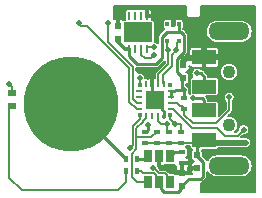
<source format=gbl>
G04 #@! TF.FileFunction,Copper,L2,Bot,Signal*
%FSLAX46Y46*%
G04 Gerber Fmt 4.6, Leading zero omitted, Abs format (unit mm)*
G04 Created by KiCad (PCBNEW 4.0.7) date 02/08/18 14:43:57*
%MOMM*%
%LPD*%
G01*
G04 APERTURE LIST*
%ADD10C,0.150000*%
%ADD11R,0.650000X1.060000*%
%ADD12R,0.250000X0.700000*%
%ADD13R,1.190000X0.830000*%
%ADD14O,8.000000X8.000000*%
%ADD15O,3.500120X1.501140*%
%ADD16R,1.998980X1.198880*%
%ADD17C,1.099820*%
%ADD18R,0.500000X0.600000*%
%ADD19R,0.340000X0.340000*%
%ADD20O,0.250000X0.610000*%
%ADD21O,0.610000X0.250000*%
%ADD22R,1.500000X1.500000*%
%ADD23R,0.300000X0.450000*%
%ADD24R,0.700000X0.600000*%
%ADD25R,0.400000X0.600000*%
%ADD26R,0.600000X0.400000*%
%ADD27C,0.500000*%
%ADD28C,0.254000*%
%ADD29C,0.500000*%
%ADD30C,0.300000*%
%ADD31C,0.350000*%
%ADD32C,0.250000*%
G04 APERTURE END LIST*
D10*
D11*
X110000Y-4894500D03*
X1060000Y-4894500D03*
X2010000Y-4894500D03*
X2010000Y-7094500D03*
X110000Y-7094500D03*
X1060000Y-7094500D03*
D12*
X-1442600Y7013300D03*
X-942600Y7013300D03*
X-442600Y7013300D03*
X57400Y7013300D03*
X57400Y4213300D03*
X-442600Y4213300D03*
X-942600Y4213300D03*
X-1442600Y4213300D03*
D13*
X-97600Y5198300D03*
X-1287600Y5198300D03*
X-97600Y6028300D03*
X-1287600Y6028300D03*
D14*
X-6375000Y-453500D03*
D15*
X6999600Y5683770D03*
X6999600Y-5715750D03*
D16*
X4899020Y-1016750D03*
X4899020Y1000010D03*
X4899020Y-3516110D03*
X4899020Y3484130D03*
D17*
X6999600Y-2266430D03*
X6999600Y2234450D03*
D18*
X3015800Y-7370000D03*
X3015800Y-6270000D03*
D19*
X-540000Y1111500D03*
D20*
X-40000Y1201500D03*
X460000Y1201500D03*
X990000Y1201500D03*
X1460000Y1201500D03*
D19*
X1990000Y1111500D03*
D21*
X2060000Y611500D03*
X2060000Y111500D03*
X2060000Y-418500D03*
X2060000Y-918500D03*
D19*
X1990000Y-1418500D03*
D20*
X1490000Y-1488500D03*
X990000Y-1488500D03*
X460000Y-1488500D03*
X-40000Y-1488500D03*
D19*
X-540000Y-1418500D03*
D21*
X-610000Y-918500D03*
X-610000Y-418500D03*
X-610000Y102500D03*
X-610000Y611500D03*
D22*
X725000Y-153500D03*
D23*
X1779200Y6275200D03*
X2779200Y6275200D03*
X1779200Y4875200D03*
X2279200Y6275200D03*
X2779200Y4875200D03*
D18*
X4285800Y-4809500D03*
X4285800Y-5909500D03*
D24*
X-11375000Y-603500D03*
X-11375000Y496500D03*
D25*
X-1706480Y-5090260D03*
X-806480Y-5090260D03*
D26*
X3025960Y-5443740D03*
X3025960Y-4543740D03*
D25*
X-1701400Y-6159600D03*
X-801400Y-6159600D03*
D26*
X3203760Y38420D03*
X3203760Y-861580D03*
X1893120Y-3741940D03*
X1893120Y-2841940D03*
X-138880Y-3741940D03*
X-138880Y-2841940D03*
X2904040Y-3741940D03*
X2904040Y-2841940D03*
X902520Y-3741940D03*
X902520Y-2841940D03*
D18*
X3127560Y1746060D03*
X3127560Y2846060D03*
X-2445200Y5063300D03*
X-2445200Y6163300D03*
D27*
X8400600Y-3746600D03*
X3147880Y680620D03*
X7003602Y101500D03*
X8235500Y-2654400D03*
X4278210Y2120800D03*
X1853305Y4089775D03*
X3968300Y554D03*
X2529430Y4094134D03*
X565156Y-5845599D03*
X114777Y-2213488D03*
X-552900Y1701700D03*
X-5747200Y6413400D03*
X-3258000Y6388000D03*
X642900Y4314514D03*
X1738210Y-2197192D03*
X640376Y3640223D03*
X2418900Y-2171800D03*
X-1391100Y-4165700D03*
X-11614600Y1224180D03*
X3714300Y-5372200D03*
X-420330Y2338039D03*
X4044500Y5587900D03*
X7918000Y2832000D03*
X463100Y1981100D03*
X2304600Y-6159600D03*
X725000Y-153500D03*
D28*
X3015800Y-7370000D02*
X3015800Y-7353400D01*
X3015800Y-7353400D02*
X3587300Y-6781900D01*
X4812801Y-6559699D02*
X4812801Y-5386501D01*
X3587300Y-6781900D02*
X4590600Y-6781900D01*
X4590600Y-6781900D02*
X4812801Y-6559699D01*
X4812801Y-5386501D02*
X4285800Y-4859500D01*
X4285800Y-4859500D02*
X4285800Y-4809500D01*
X3127560Y1746060D02*
X3098440Y1746060D01*
X3206201Y4428599D02*
X3206201Y5321801D01*
X3098440Y1746060D02*
X2600559Y2243941D01*
X2600559Y3369259D02*
X3206300Y3975000D01*
X2600559Y2243941D02*
X2600559Y3369259D01*
X3142800Y5384700D02*
X2926900Y5600600D01*
X3206300Y3975000D02*
X3206300Y4428500D01*
X3206300Y4428500D02*
X3206201Y4428599D01*
X3206201Y5321801D02*
X3150801Y5377201D01*
X2926900Y5600600D02*
X2783900Y5600600D01*
X3150801Y5377201D02*
X3142800Y5377201D01*
X3142800Y5377201D02*
X3142800Y5384700D01*
X2783900Y5600600D02*
X2779200Y5595900D01*
X-1442600Y4213300D02*
X-1442600Y3609300D01*
X-1442600Y3609300D02*
X-779600Y2946300D01*
X-779600Y2946300D02*
X818700Y2946300D01*
X818700Y2946300D02*
X1326303Y3453903D01*
X1326303Y3453903D02*
X1326303Y5206503D01*
X1326303Y5206503D02*
X1720400Y5600600D01*
X1720400Y5600600D02*
X2850700Y5600600D01*
X2850700Y5600600D02*
X2855400Y5595900D01*
X2855400Y5595900D02*
X2779200Y5595900D01*
D29*
X8047047Y-3746600D02*
X8400600Y-3746600D01*
X5129510Y-3746600D02*
X8047047Y-3746600D01*
X4899020Y-3516110D02*
X5129510Y-3746600D01*
D10*
X1060000Y-6784498D02*
X615001Y-6339499D01*
X615001Y-6339499D02*
X-271501Y-6339499D01*
X-451400Y-6159600D02*
X-801400Y-6159600D01*
X1060000Y-7094500D02*
X1060000Y-6784498D01*
X-271501Y-6339499D02*
X-451400Y-6159600D01*
D28*
X3015800Y-7370000D02*
X2961100Y-7370000D01*
X2961100Y-7370000D02*
X2901500Y-7429600D01*
X2901500Y-7429600D02*
X2901500Y-7658200D01*
X2901500Y-7658200D02*
X2658199Y-7901501D01*
X2658199Y-7901501D02*
X1493801Y-7901501D01*
X1493801Y-7901501D02*
X1250500Y-7658200D01*
X1250500Y-7658200D02*
X1250500Y-7285000D01*
X1250500Y-7285000D02*
X1060000Y-7094500D01*
X4285800Y-4809500D02*
X4285800Y-4129330D01*
X4285800Y-4129330D02*
X4899020Y-3516110D01*
D10*
X4899020Y-3516110D02*
X4681230Y-3733900D01*
X4681230Y-3733900D02*
X2912080Y-3733900D01*
X2912080Y-3733900D02*
X2904040Y-3741940D01*
X902520Y-3741940D02*
X-138880Y-3741940D01*
X1893120Y-3741940D02*
X902520Y-3741940D01*
X2904040Y-3741940D02*
X1893120Y-3741940D01*
D28*
X4888210Y-3505300D02*
X4899020Y-3516110D01*
X2779200Y5595900D02*
X2779200Y6275200D01*
D30*
X-2445200Y4863300D02*
X-2445200Y4813200D01*
X-2445200Y4813200D02*
X-1835600Y4203600D01*
X-1835600Y4203600D02*
X-1452300Y4203600D01*
X-1452300Y4203600D02*
X-1442600Y4213300D01*
D28*
X-2445200Y5063300D02*
X-2445200Y5113300D01*
X2060000Y611500D02*
X2112999Y664499D01*
X2112999Y664499D02*
X2381601Y664499D01*
X2381601Y664499D02*
X2415502Y698400D01*
X2415502Y698400D02*
X3130100Y698400D01*
X3130100Y698400D02*
X3147880Y680620D01*
X3127560Y1746060D02*
X2990400Y1608900D01*
X2990400Y1608900D02*
X2990400Y838100D01*
X2990400Y838100D02*
X3147880Y680620D01*
X3203760Y38420D02*
X3203760Y624740D01*
X3203760Y624740D02*
X3147880Y680620D01*
X2881160Y-3660220D02*
X2965000Y-3744060D01*
X4025000Y-3553500D02*
X4062390Y-3516110D01*
X4062390Y-3516110D02*
X4899020Y-3516110D01*
X4185800Y-4909500D02*
X4285800Y-4809500D01*
X2060000Y111500D02*
X2060000Y346500D01*
X2060000Y346500D02*
X2060000Y611500D01*
X3015800Y-7370000D02*
X3015800Y-7520000D01*
D10*
X7003602Y-1003398D02*
X7003602Y-252053D01*
X5893911Y-2113089D02*
X7003602Y-1003398D01*
X3950229Y-2113089D02*
X5893911Y-2113089D01*
X3203760Y-1366620D02*
X3950229Y-2113089D01*
X7003602Y-252053D02*
X7003602Y101500D01*
X3203760Y-861580D02*
X3203760Y-1366620D01*
X2060000Y-418500D02*
X2621400Y-418500D01*
X2621400Y-418500D02*
X2883720Y-680820D01*
X2883720Y-680820D02*
X3023000Y-680820D01*
X3023000Y-680820D02*
X3203760Y-861580D01*
X2060000Y-418500D02*
X2128640Y-418500D01*
X2060000Y-918500D02*
X2235002Y-918500D01*
X2235002Y-918500D02*
X3826122Y-2509620D01*
X3826122Y-2509620D02*
X5981120Y-2509620D01*
X5981120Y-2509620D02*
X6633900Y-3162400D01*
X6633900Y-3162400D02*
X7727500Y-3162400D01*
X7727500Y-3162400D02*
X7985501Y-2904399D01*
X7985501Y-2904399D02*
X8235500Y-2654400D01*
D28*
X4899020Y1853450D02*
X4631670Y2120800D01*
X4899020Y1000010D02*
X4899020Y1853450D01*
X4631670Y2120800D02*
X4278210Y2120800D01*
D10*
X990000Y2050800D02*
X1839489Y2900289D01*
X1839489Y4075959D02*
X1853305Y4089775D01*
X1779200Y4163880D02*
X1853305Y4089775D01*
X1839489Y2900289D02*
X1839489Y4075959D01*
X990000Y1201500D02*
X990000Y2050800D01*
X1779200Y4875200D02*
X1779200Y4163880D01*
D28*
X4321853Y554D02*
X3968300Y554D01*
X4899020Y-163310D02*
X4735156Y554D01*
X4899020Y-1016750D02*
X4899020Y-163310D01*
X4735156Y554D02*
X4321853Y554D01*
D10*
X1390200Y1981100D02*
X2139500Y2730400D01*
X1460000Y1201500D02*
X1390200Y1271300D01*
X2139500Y3704204D02*
X2529430Y4094134D01*
X1390200Y1271300D02*
X1390200Y1981100D01*
X2139500Y2730400D02*
X2139500Y3704204D01*
X2779200Y4875200D02*
X2558600Y4654600D01*
X2558600Y4654600D02*
X2558600Y4123304D01*
X2558600Y4123304D02*
X2529430Y4094134D01*
D28*
X5175000Y-1016750D02*
X4899020Y-1016750D01*
D10*
X815155Y-6095598D02*
X565156Y-5845599D01*
X1059056Y-6339499D02*
X815155Y-6095598D01*
X1565001Y-6339499D02*
X1059056Y-6339499D01*
X2010000Y-6784498D02*
X1565001Y-6339499D01*
X2010000Y-7094500D02*
X2010000Y-6784498D01*
D28*
X114777Y-2682683D02*
X114777Y-2567041D01*
X-72840Y-2870300D02*
X114777Y-2682683D01*
X114777Y-2567041D02*
X114777Y-2213488D01*
D10*
X-540000Y1111500D02*
X-540000Y1688800D01*
X-540000Y1688800D02*
X-552900Y1701700D01*
X-610000Y-918500D02*
X-790000Y-918500D01*
X-790000Y-918500D02*
X-1441900Y-266600D01*
X-1441900Y-266600D02*
X-1441900Y2565300D01*
X-1441900Y2565300D02*
X-5040001Y6163401D01*
X-5040001Y6163401D02*
X-5497201Y6163401D01*
X-5497201Y6163401D02*
X-5747200Y6413400D01*
X-3258000Y6034447D02*
X-3258000Y6388000D01*
X-3258000Y4818379D02*
X-3258000Y6034447D01*
X-1141889Y2702268D02*
X-3258000Y4818379D01*
X-1141889Y-66611D02*
X-1141889Y2702268D01*
X-790000Y-418500D02*
X-1141889Y-66611D01*
X-610000Y-418500D02*
X-790000Y-418500D01*
D28*
X-1706480Y-5090260D02*
X-1977000Y-4851500D01*
X-1977000Y-4851500D02*
X-5925000Y-903500D01*
X-5925000Y-903500D02*
X-6375000Y-453500D01*
X3025960Y-4543740D02*
X2360760Y-4543740D01*
X2360760Y-4543740D02*
X2010000Y-4894500D01*
D10*
X642900Y4314514D02*
X158614Y4314514D01*
X158614Y4314514D02*
X57400Y4213300D01*
X990000Y-1488500D02*
X990000Y-1949400D01*
X990000Y-1949400D02*
X1237792Y-2197192D01*
X1237792Y-2197192D02*
X1738210Y-2197192D01*
X1738210Y-2197192D02*
X1738210Y-2687030D01*
X1738210Y-2687030D02*
X1893120Y-2841940D01*
X-442600Y3713300D02*
X-119524Y3390224D01*
X-119524Y3390224D02*
X390377Y3390224D01*
X390377Y3390224D02*
X640376Y3640223D01*
X-442600Y4213300D02*
X-442600Y3713300D01*
X2812600Y-2171800D02*
X2904040Y-2263240D01*
X2904040Y-2263240D02*
X2904040Y-2841940D01*
X2418900Y-2171800D02*
X2812600Y-2171800D01*
X2168901Y-1921801D02*
X2418900Y-2171800D01*
X1990000Y-1742900D02*
X2168901Y-1921801D01*
X1990000Y-1418500D02*
X1990000Y-1742900D01*
X-11375000Y-603500D02*
X-11379800Y-603500D01*
X-2419800Y-7785200D02*
X-1701400Y-7066800D01*
X-1701400Y-7066800D02*
X-1701400Y-6159600D01*
X-11379800Y-603500D02*
X-11627300Y-851000D01*
X-11627300Y-851000D02*
X-11627300Y-6693000D01*
X-11627300Y-6693000D02*
X-10535100Y-7785200D01*
X-10535100Y-7785200D02*
X-2419800Y-7785200D01*
X-540000Y-1418500D02*
X-540000Y-1738500D01*
X-540000Y-1738500D02*
X-1162500Y-2361000D01*
X-1162500Y-3937100D02*
X-1391100Y-4165700D01*
X-1162500Y-2361000D02*
X-1162500Y-3937100D01*
X-11375000Y984580D02*
X-11614600Y1224180D01*
X-11375000Y496500D02*
X-11375000Y984580D01*
D28*
X110000Y-4894500D02*
X-88300Y-5092800D01*
X-88300Y-5092800D02*
X-803940Y-5092800D01*
X-803940Y-5092800D02*
X-806480Y-5090260D01*
D29*
X102200Y-4902300D02*
X110000Y-4894500D01*
X3127560Y2846060D02*
X3127560Y3146960D01*
X3127560Y3146960D02*
X3371400Y3390800D01*
X3371400Y3390800D02*
X4805690Y3390800D01*
X4805690Y3390800D02*
X4899020Y3484130D01*
D28*
X3025960Y-5443740D02*
X3028500Y-5446280D01*
X3028500Y-5446280D02*
X3028500Y-6257300D01*
X3028500Y-6257300D02*
X3015800Y-6270000D01*
X3015800Y-6270000D02*
X3476900Y-6270000D01*
X3476900Y-6270000D02*
X3841300Y-5905600D01*
X3841300Y-5905600D02*
X4281900Y-5905600D01*
X4281900Y-5905600D02*
X4285800Y-5909500D01*
D31*
X2825300Y7188100D02*
X2393500Y7188100D01*
X2393500Y7188100D02*
X2304199Y7277401D01*
X2279200Y6275200D02*
X2304199Y6300199D01*
X2304199Y6300199D02*
X2304199Y7277401D01*
X2304199Y7277401D02*
X1885500Y7696100D01*
X1885500Y7696100D02*
X-6800Y7696100D01*
X4849530Y5587900D02*
X4849530Y5709970D01*
X4849530Y5709970D02*
X4095300Y6464200D01*
X4095300Y6464200D02*
X3550202Y6464200D01*
X3550202Y6464200D02*
X3189201Y6825201D01*
X3189201Y6825201D02*
X3188199Y6825201D01*
X3188199Y6825201D02*
X2825300Y7188100D01*
X57400Y7013300D02*
X57400Y7631900D01*
X-6800Y7696100D02*
X-1899100Y7696100D01*
X57400Y7631900D02*
X-6800Y7696100D01*
X-1899100Y7696100D02*
X-2445200Y7150000D01*
X-2445200Y7150000D02*
X-2445200Y6163300D01*
D32*
X1490000Y-1488500D02*
X1490000Y-1348100D01*
X1490000Y-1348100D02*
X1491800Y-1346300D01*
X1491800Y-1095999D02*
X1352100Y-956299D01*
X1491800Y-1346300D02*
X1491800Y-1095999D01*
X1352100Y-956299D02*
X1352100Y-780600D01*
X1352100Y-780600D02*
X725000Y-153500D01*
D10*
X3547500Y-5372200D02*
X3714300Y-5372200D01*
X3025960Y-5443740D02*
X3475960Y-5443740D01*
X3475960Y-5443740D02*
X3547500Y-5372200D01*
X463100Y1981100D02*
X-95700Y1981100D01*
X-420330Y2305730D02*
X-420330Y2338039D01*
X-95700Y1981100D02*
X-420330Y2305730D01*
X4849530Y5587900D02*
X4044500Y5587900D01*
D29*
X4849530Y5207185D02*
X4849530Y5587900D01*
X4899020Y3484130D02*
X4899020Y5157695D01*
X4899020Y5157695D02*
X4849530Y5207185D01*
X7668001Y3081999D02*
X7918000Y2832000D01*
X7265870Y3484130D02*
X7668001Y3081999D01*
X4899020Y3484130D02*
X7265870Y3484130D01*
D28*
X463100Y1763600D02*
X463100Y1981100D01*
X460000Y1201500D02*
X460000Y1760500D01*
X460000Y1760500D02*
X463100Y1763600D01*
X2304600Y-6159600D02*
X2215700Y-6159600D01*
X2215700Y-6159600D02*
X2043588Y-5987488D01*
X2043588Y-5987488D02*
X1383188Y-5987488D01*
X1383188Y-5987488D02*
X1060000Y-5664300D01*
X1060000Y-5664300D02*
X1060000Y-4894500D01*
X3015800Y-6270000D02*
X2905400Y-6159600D01*
X2905400Y-6159600D02*
X2304600Y-6159600D01*
X3015800Y-6270000D02*
X3015800Y-6146900D01*
X3015800Y-6146900D02*
X3079300Y-6083400D01*
D32*
X460000Y1201500D02*
X460000Y111500D01*
D10*
X460000Y111500D02*
X725000Y-153500D01*
X-855160Y-3281780D02*
X-855160Y-4307364D01*
X-1231481Y-4683685D02*
X-1231481Y-6624019D01*
X-1231481Y-6624019D02*
X-761000Y-7094500D01*
X-761000Y-7094500D02*
X-365000Y-7094500D01*
X-855160Y-4307364D02*
X-1231481Y-4683685D01*
X-365000Y-7094500D02*
X110000Y-7094500D01*
X-855160Y-2517339D02*
X-315000Y-1977179D01*
X-855160Y-3281780D02*
X-855160Y-2517339D01*
X-40000Y-1668500D02*
X-40000Y-1488500D01*
X-315000Y-1943500D02*
X-40000Y-1668500D01*
X-315000Y-1977179D02*
X-315000Y-1943500D01*
X902520Y-2841940D02*
X864840Y-2841940D01*
X864840Y-2841940D02*
X425000Y-3281780D01*
X425000Y-3281780D02*
X-855160Y-3281780D01*
D28*
X902520Y-2841940D02*
X885160Y-2841940D01*
X902520Y-2841940D02*
X902520Y-2855060D01*
D29*
X110000Y-7094500D02*
X102200Y-7086700D01*
D28*
X110000Y-7094500D02*
X110000Y-6844500D01*
D10*
G36*
X3375470Y7096500D02*
X3377998Y7070717D01*
X3380333Y7045058D01*
X3380604Y7044138D01*
X3380698Y7043177D01*
X3388177Y7018405D01*
X3395460Y6993659D01*
X3395906Y6992806D01*
X3396184Y6991885D01*
X3408310Y6969078D01*
X3420283Y6946177D01*
X3420886Y6945427D01*
X3421338Y6944577D01*
X3437641Y6924588D01*
X3453856Y6904421D01*
X3454596Y6903800D01*
X3455202Y6903057D01*
X3475108Y6886589D01*
X3494900Y6869982D01*
X3495740Y6869520D01*
X3496485Y6868904D01*
X3519269Y6856585D01*
X3541851Y6844170D01*
X3542767Y6843879D01*
X3543615Y6843421D01*
X3568313Y6835775D01*
X3592922Y6827969D01*
X3593878Y6827862D01*
X3594798Y6827577D01*
X3620498Y6824876D01*
X3646167Y6821997D01*
X3648017Y6821984D01*
X3648083Y6821977D01*
X3648149Y6821983D01*
X3650000Y6821970D01*
X4350000Y6821970D01*
X4375783Y6824498D01*
X4401442Y6826833D01*
X4402362Y6827104D01*
X4403323Y6827198D01*
X4428095Y6834677D01*
X4452841Y6841960D01*
X4453694Y6842406D01*
X4454615Y6842684D01*
X4477422Y6854810D01*
X4500323Y6866783D01*
X4501073Y6867386D01*
X4501923Y6867838D01*
X4521912Y6884141D01*
X4542079Y6900356D01*
X4542700Y6901096D01*
X4543443Y6901702D01*
X4559911Y6921608D01*
X4576518Y6941400D01*
X4576980Y6942240D01*
X4577596Y6942985D01*
X4589915Y6965769D01*
X4602330Y6988351D01*
X4602621Y6989267D01*
X4603079Y6990115D01*
X4610725Y7014813D01*
X4618531Y7039422D01*
X4618638Y7040378D01*
X4618923Y7041298D01*
X4621624Y7066998D01*
X4624503Y7092667D01*
X4624516Y7094517D01*
X4624523Y7094583D01*
X4624517Y7094649D01*
X4624530Y7096500D01*
X4624530Y7846970D01*
X9225070Y7846970D01*
X9225070Y-7878970D01*
X4624530Y-7878970D01*
X4624530Y-7130589D01*
X4655351Y-7127893D01*
X4657129Y-7127377D01*
X4658970Y-7127196D01*
X4690045Y-7117814D01*
X4721321Y-7108728D01*
X4722969Y-7107874D01*
X4724737Y-7107340D01*
X4753410Y-7092094D01*
X4782313Y-7077112D01*
X4783760Y-7075957D01*
X4785394Y-7075088D01*
X4810573Y-7054553D01*
X4836002Y-7034253D01*
X4838583Y-7031708D01*
X4838631Y-7031669D01*
X4838668Y-7031625D01*
X4839502Y-7030802D01*
X5061703Y-6808600D01*
X5082351Y-6783463D01*
X5103241Y-6758567D01*
X5104133Y-6756944D01*
X5105307Y-6755515D01*
X5120641Y-6726917D01*
X5136337Y-6698367D01*
X5136898Y-6696598D01*
X5137771Y-6694970D01*
X5147272Y-6663896D01*
X5157109Y-6632884D01*
X5157315Y-6631046D01*
X5157857Y-6629274D01*
X5161144Y-6596913D01*
X5164767Y-6564614D01*
X5164792Y-6560997D01*
X5164799Y-6560928D01*
X5164793Y-6560864D01*
X5164801Y-6559699D01*
X5164801Y-6231896D01*
X5174232Y-6249936D01*
X5293536Y-6398321D01*
X5439389Y-6520706D01*
X5606236Y-6612431D01*
X5787722Y-6670001D01*
X5976933Y-6691225D01*
X5990554Y-6691320D01*
X8008646Y-6691320D01*
X8198135Y-6672740D01*
X8380407Y-6617709D01*
X8548518Y-6528323D01*
X8696066Y-6407986D01*
X8817430Y-6261282D01*
X8907988Y-6093799D01*
X8964290Y-5911916D01*
X8984192Y-5722561D01*
X8966936Y-5532946D01*
X8913179Y-5350295D01*
X8824968Y-5181564D01*
X8705664Y-5033179D01*
X8559811Y-4910794D01*
X8392964Y-4819069D01*
X8211478Y-4761499D01*
X8022267Y-4740275D01*
X8008646Y-4740180D01*
X5990554Y-4740180D01*
X5801065Y-4758760D01*
X5618793Y-4813791D01*
X5450682Y-4903177D01*
X5303134Y-5023514D01*
X5181770Y-5170218D01*
X5137801Y-5251537D01*
X5122995Y-5223691D01*
X5108013Y-5194788D01*
X5106858Y-5193341D01*
X5105989Y-5191707D01*
X5085454Y-5166528D01*
X5065154Y-5141099D01*
X5062609Y-5138518D01*
X5062570Y-5138470D01*
X5062526Y-5138433D01*
X5061703Y-5137599D01*
X4761888Y-4837784D01*
X4761888Y-4509500D01*
X4759031Y-4473670D01*
X4740211Y-4412898D01*
X4705205Y-4359775D01*
X4683925Y-4341638D01*
X5898510Y-4341638D01*
X5934340Y-4338781D01*
X5995112Y-4319961D01*
X6048235Y-4284955D01*
X6089503Y-4236536D01*
X6096236Y-4221600D01*
X8394686Y-4221600D01*
X8437218Y-4222491D01*
X8528955Y-4206316D01*
X8615803Y-4172629D01*
X8694454Y-4122716D01*
X8761912Y-4058476D01*
X8815608Y-3982357D01*
X8853497Y-3897259D01*
X8874134Y-3806421D01*
X8874821Y-3757211D01*
X8875588Y-3749916D01*
X8875012Y-3743583D01*
X8875620Y-3700024D01*
X8857527Y-3608646D01*
X8822029Y-3522522D01*
X8770479Y-3444934D01*
X8704841Y-3378836D01*
X8627614Y-3326745D01*
X8541741Y-3290648D01*
X8450491Y-3271917D01*
X8357341Y-3271266D01*
X8355590Y-3271600D01*
X8042564Y-3271600D01*
X8185684Y-3128480D01*
X8272118Y-3130291D01*
X8363855Y-3114116D01*
X8450703Y-3080429D01*
X8529354Y-3030516D01*
X8596812Y-2966276D01*
X8650508Y-2890157D01*
X8688397Y-2805059D01*
X8709034Y-2714221D01*
X8710520Y-2607824D01*
X8692427Y-2516446D01*
X8656929Y-2430322D01*
X8605379Y-2352734D01*
X8539741Y-2286636D01*
X8462514Y-2234545D01*
X8376641Y-2198448D01*
X8285391Y-2179717D01*
X8192241Y-2179066D01*
X8100739Y-2196521D01*
X8014370Y-2231417D01*
X7936423Y-2282424D01*
X7869869Y-2347599D01*
X7817241Y-2424460D01*
X7780544Y-2510079D01*
X7761177Y-2601196D01*
X7759876Y-2694339D01*
X7761647Y-2703989D01*
X7603236Y-2862400D01*
X7497495Y-2862400D01*
X7589041Y-2775222D01*
X7676640Y-2651042D01*
X7738451Y-2512213D01*
X7772119Y-2364022D01*
X7774543Y-2190446D01*
X7745025Y-2041373D01*
X7687115Y-1900872D01*
X7603018Y-1774295D01*
X7495936Y-1666463D01*
X7369949Y-1581484D01*
X7229856Y-1522594D01*
X7080992Y-1492037D01*
X6940210Y-1491054D01*
X7215734Y-1215530D01*
X7233320Y-1194121D01*
X7251136Y-1172888D01*
X7251896Y-1171506D01*
X7252897Y-1170287D01*
X7265984Y-1145880D01*
X7279343Y-1121581D01*
X7279821Y-1120075D01*
X7280565Y-1118687D01*
X7288658Y-1092217D01*
X7297046Y-1065772D01*
X7297222Y-1064203D01*
X7297683Y-1062695D01*
X7300480Y-1035157D01*
X7303573Y-1007587D01*
X7303594Y-1004500D01*
X7303600Y-1004445D01*
X7303595Y-1004393D01*
X7303602Y-1003398D01*
X7303602Y-268763D01*
X7364914Y-210376D01*
X7418610Y-134257D01*
X7456499Y-49159D01*
X7477136Y41679D01*
X7478622Y148076D01*
X7460529Y239454D01*
X7425031Y325578D01*
X7373481Y403166D01*
X7307843Y469264D01*
X7230616Y521355D01*
X7144743Y557452D01*
X7053493Y576183D01*
X6960343Y576834D01*
X6868841Y559379D01*
X6782472Y524483D01*
X6704525Y473476D01*
X6637971Y408301D01*
X6585343Y331440D01*
X6548646Y245821D01*
X6529279Y154704D01*
X6527978Y61561D01*
X6544794Y-30061D01*
X6579085Y-116672D01*
X6629547Y-194973D01*
X6694256Y-261981D01*
X6703602Y-268477D01*
X6703602Y-879134D01*
X6124598Y-1458138D01*
X6124598Y-417310D01*
X6121741Y-381480D01*
X6102921Y-320708D01*
X6067915Y-267585D01*
X6019496Y-226317D01*
X5961497Y-200173D01*
X5898510Y-191222D01*
X5251020Y-191222D01*
X5251020Y-163310D01*
X5247844Y-130919D01*
X5245013Y-98559D01*
X5244497Y-96781D01*
X5244316Y-94940D01*
X5234934Y-63865D01*
X5225848Y-32589D01*
X5224994Y-30941D01*
X5224460Y-29173D01*
X5209214Y-500D01*
X5194232Y28403D01*
X5193077Y29850D01*
X5192208Y31484D01*
X5171673Y56663D01*
X5151373Y82092D01*
X5148832Y84669D01*
X5148789Y84721D01*
X5148740Y84761D01*
X5147922Y85591D01*
X5059032Y174482D01*
X5898510Y174482D01*
X5934340Y177339D01*
X5995112Y196159D01*
X6048235Y231165D01*
X6089503Y279584D01*
X6115647Y337583D01*
X6124598Y400570D01*
X6124598Y1599450D01*
X6121741Y1635280D01*
X6102921Y1696052D01*
X6067915Y1749175D01*
X6019496Y1790443D01*
X5961497Y1816587D01*
X5898510Y1825538D01*
X5251020Y1825538D01*
X5251020Y1853450D01*
X5247844Y1885841D01*
X5245013Y1918201D01*
X5244497Y1919979D01*
X5244316Y1921820D01*
X5234934Y1952895D01*
X5225848Y1984171D01*
X5224994Y1985819D01*
X5224460Y1987587D01*
X5209214Y2016260D01*
X5194232Y2045163D01*
X5193077Y2046610D01*
X5192208Y2048244D01*
X5171673Y2073423D01*
X5151373Y2098852D01*
X5148828Y2101433D01*
X5148789Y2101481D01*
X5148745Y2101518D01*
X5147922Y2102352D01*
X5080981Y2169293D01*
X6223672Y2169293D01*
X6251105Y2019822D01*
X6307048Y1878527D01*
X6389370Y1750788D01*
X6494936Y1641471D01*
X6619724Y1554741D01*
X6758981Y1493901D01*
X6907404Y1461268D01*
X7059338Y1458086D01*
X7208997Y1484475D01*
X7350680Y1539430D01*
X7478990Y1620858D01*
X7589041Y1725658D01*
X7676640Y1849838D01*
X7738451Y1988667D01*
X7772119Y2136858D01*
X7774543Y2310434D01*
X7745025Y2459507D01*
X7687115Y2600008D01*
X7603018Y2726585D01*
X7495936Y2834417D01*
X7369949Y2919396D01*
X7229856Y2978286D01*
X7080992Y3008843D01*
X6929028Y3009904D01*
X6779752Y2981428D01*
X6638850Y2924500D01*
X6511689Y2841289D01*
X6403113Y2734962D01*
X6317256Y2609572D01*
X6257390Y2469893D01*
X6225794Y2321246D01*
X6223672Y2169293D01*
X5080981Y2169293D01*
X4880572Y2369702D01*
X4855409Y2390370D01*
X4830538Y2411240D01*
X4828915Y2412132D01*
X4827486Y2413306D01*
X4798869Y2428650D01*
X4770338Y2444336D01*
X4768571Y2444897D01*
X4766942Y2445770D01*
X4735894Y2455262D01*
X4704855Y2465108D01*
X4703012Y2465315D01*
X4701245Y2465855D01*
X4668933Y2469137D01*
X4636585Y2472766D01*
X4632968Y2472791D01*
X4632899Y2472798D01*
X4632835Y2472792D01*
X4631670Y2472800D01*
X4598105Y2472800D01*
X4582451Y2488564D01*
X4505224Y2540655D01*
X4419351Y2576752D01*
X4328101Y2595483D01*
X4234951Y2596134D01*
X4143449Y2578679D01*
X4057080Y2543783D01*
X3979133Y2492776D01*
X3912579Y2427601D01*
X3859951Y2350740D01*
X3823254Y2265121D01*
X3803887Y2174004D01*
X3802586Y2080861D01*
X3819402Y1989239D01*
X3853693Y1902628D01*
X3903375Y1825538D01*
X3899530Y1825538D01*
X3863700Y1822681D01*
X3802928Y1803861D01*
X3749805Y1768855D01*
X3708537Y1720436D01*
X3682393Y1662437D01*
X3673442Y1599450D01*
X3673442Y400570D01*
X3674607Y385956D01*
X3673165Y388145D01*
X3624746Y429413D01*
X3567499Y455218D01*
X3600777Y529961D01*
X3621414Y620799D01*
X3622900Y727196D01*
X3604807Y818574D01*
X3569309Y904698D01*
X3517759Y982286D01*
X3452121Y1048384D01*
X3374894Y1100475D01*
X3342400Y1114134D01*
X3342400Y1219972D01*
X3377560Y1219972D01*
X3413390Y1222829D01*
X3474162Y1241649D01*
X3527285Y1276655D01*
X3568553Y1325074D01*
X3594697Y1383073D01*
X3603648Y1446060D01*
X3603648Y2046060D01*
X3600791Y2081890D01*
X3581971Y2142662D01*
X3546965Y2195785D01*
X3498546Y2237053D01*
X3440547Y2263197D01*
X3385216Y2271060D01*
X3404645Y2271060D01*
X3457775Y2281628D01*
X3507821Y2302358D01*
X3552862Y2332454D01*
X3591167Y2370758D01*
X3621262Y2415799D01*
X3641992Y2465846D01*
X3652560Y2518975D01*
X3652560Y2692310D01*
X3583812Y2761058D01*
X3652560Y2761058D01*
X3652560Y2762319D01*
X3655828Y2754429D01*
X3685924Y2709388D01*
X3724228Y2671083D01*
X3769269Y2640988D01*
X3819316Y2620258D01*
X3872445Y2609690D01*
X4745270Y2609690D01*
X4814020Y2678440D01*
X4814020Y3399130D01*
X4984020Y3399130D01*
X4984020Y2678440D01*
X5052770Y2609690D01*
X5925595Y2609690D01*
X5978724Y2620258D01*
X6028771Y2640988D01*
X6073812Y2671083D01*
X6112116Y2709388D01*
X6142212Y2754429D01*
X6162942Y2804475D01*
X6173510Y2857605D01*
X6173510Y3330380D01*
X6104760Y3399130D01*
X4984020Y3399130D01*
X4814020Y3399130D01*
X3693280Y3399130D01*
X3624530Y3330380D01*
X3624530Y3268431D01*
X3621262Y3276321D01*
X3591167Y3321362D01*
X3552862Y3359666D01*
X3507821Y3389762D01*
X3457775Y3410492D01*
X3404645Y3421060D01*
X3281310Y3421060D01*
X3212562Y3352312D01*
X3212562Y3421060D01*
X3150164Y3421060D01*
X3455201Y3726098D01*
X3475845Y3751231D01*
X3496740Y3776132D01*
X3497632Y3777755D01*
X3498806Y3779184D01*
X3514150Y3807801D01*
X3529836Y3836332D01*
X3530397Y3838099D01*
X3531270Y3839728D01*
X3540762Y3870776D01*
X3550608Y3901815D01*
X3550815Y3903658D01*
X3551355Y3905425D01*
X3554637Y3937737D01*
X3558266Y3970085D01*
X3558291Y3973702D01*
X3558298Y3973771D01*
X3558292Y3973835D01*
X3558300Y3975000D01*
X3558300Y4110655D01*
X3624530Y4110655D01*
X3624530Y3637880D01*
X3693280Y3569130D01*
X4814020Y3569130D01*
X4814020Y4289820D01*
X4984020Y4289820D01*
X4984020Y3569130D01*
X6104760Y3569130D01*
X6173510Y3637880D01*
X6173510Y4110655D01*
X6162942Y4163785D01*
X6142212Y4213831D01*
X6112116Y4258872D01*
X6073812Y4297177D01*
X6028771Y4327272D01*
X5978724Y4348002D01*
X5925595Y4358570D01*
X5052770Y4358570D01*
X4984020Y4289820D01*
X4814020Y4289820D01*
X4745270Y4358570D01*
X3872445Y4358570D01*
X3819316Y4348002D01*
X3769269Y4327272D01*
X3724228Y4297177D01*
X3685924Y4258872D01*
X3655828Y4213831D01*
X3635098Y4163785D01*
X3624530Y4110655D01*
X3558300Y4110655D01*
X3558300Y4428500D01*
X3558201Y4429510D01*
X3558201Y5321801D01*
X3555025Y5354192D01*
X3552194Y5386552D01*
X3551678Y5388330D01*
X3551497Y5390171D01*
X3542105Y5421278D01*
X3533028Y5452523D01*
X3532176Y5454168D01*
X3531641Y5455938D01*
X3516386Y5484628D01*
X3501413Y5513514D01*
X3500258Y5514961D01*
X3499389Y5516595D01*
X3478854Y5541774D01*
X3458554Y5567203D01*
X3456013Y5569780D01*
X3455970Y5569832D01*
X3455921Y5569872D01*
X3455102Y5570703D01*
X3399703Y5626103D01*
X3395760Y5629342D01*
X3395153Y5630102D01*
X3392612Y5632679D01*
X3392569Y5632731D01*
X3392520Y5632771D01*
X3391702Y5633601D01*
X3334723Y5690581D01*
X5015008Y5690581D01*
X5032264Y5500966D01*
X5086021Y5318315D01*
X5174232Y5149584D01*
X5293536Y5001199D01*
X5439389Y4878814D01*
X5606236Y4787089D01*
X5787722Y4729519D01*
X5976933Y4708295D01*
X5990554Y4708200D01*
X8008646Y4708200D01*
X8198135Y4726780D01*
X8380407Y4781811D01*
X8548518Y4871197D01*
X8696066Y4991534D01*
X8817430Y5138238D01*
X8907988Y5305721D01*
X8964290Y5487604D01*
X8984192Y5676959D01*
X8966936Y5866574D01*
X8913179Y6049225D01*
X8824968Y6217956D01*
X8705664Y6366341D01*
X8559811Y6488726D01*
X8392964Y6580451D01*
X8211478Y6638021D01*
X8022267Y6659245D01*
X8008646Y6659340D01*
X5990554Y6659340D01*
X5801065Y6640760D01*
X5618793Y6585729D01*
X5450682Y6496343D01*
X5303134Y6376006D01*
X5181770Y6229302D01*
X5091212Y6061819D01*
X5034910Y5879936D01*
X5015008Y5690581D01*
X3334723Y5690581D01*
X3175802Y5849502D01*
X3150639Y5870170D01*
X3131200Y5886482D01*
X3131200Y5953632D01*
X3146337Y5987213D01*
X3155288Y6050200D01*
X3155288Y6500200D01*
X3152431Y6536030D01*
X3133611Y6596802D01*
X3098605Y6649925D01*
X3050186Y6691193D01*
X2992187Y6717337D01*
X2929200Y6726288D01*
X2629200Y6726288D01*
X2593370Y6723431D01*
X2591134Y6722738D01*
X2559461Y6743902D01*
X2509415Y6764632D01*
X2456285Y6775200D01*
X2422950Y6775200D01*
X2354200Y6706450D01*
X2354200Y6360200D01*
X2384200Y6360200D01*
X2384200Y6190200D01*
X2354200Y6190200D01*
X2354200Y6170200D01*
X2204200Y6170200D01*
X2204200Y6190200D01*
X2174200Y6190200D01*
X2174200Y6360200D01*
X2204200Y6360200D01*
X2204200Y6706450D01*
X2135450Y6775200D01*
X2102115Y6775200D01*
X2048985Y6764632D01*
X1998939Y6743902D01*
X1964971Y6721205D01*
X1929200Y6726288D01*
X1629200Y6726288D01*
X1593370Y6723431D01*
X1532598Y6704611D01*
X1479475Y6669605D01*
X1438207Y6621186D01*
X1412063Y6563187D01*
X1403112Y6500200D01*
X1403112Y6050200D01*
X1405969Y6014370D01*
X1424789Y5953598D01*
X1459795Y5900475D01*
X1495939Y5869669D01*
X1474998Y5852953D01*
X1472421Y5850412D01*
X1472369Y5850369D01*
X1472329Y5850320D01*
X1471498Y5849501D01*
X1077401Y5455405D01*
X1056733Y5430242D01*
X1035863Y5405371D01*
X1034971Y5403748D01*
X1033797Y5402319D01*
X1018453Y5373702D01*
X1002767Y5345171D01*
X1002206Y5343404D01*
X1001333Y5341775D01*
X991841Y5310727D01*
X981995Y5279688D01*
X981788Y5277845D01*
X981248Y5276078D01*
X977966Y5243766D01*
X974337Y5211418D01*
X974312Y5207801D01*
X974305Y5207732D01*
X974311Y5207668D01*
X974303Y5206503D01*
X974303Y4654926D01*
X947141Y4682278D01*
X869914Y4734369D01*
X784041Y4770466D01*
X723432Y4782907D01*
X723488Y4783300D01*
X723488Y6443300D01*
X720631Y6479130D01*
X701811Y6539902D01*
X666805Y6593025D01*
X618386Y6634293D01*
X560387Y6660437D01*
X497400Y6669388D01*
X457400Y6669388D01*
X457400Y6859550D01*
X388650Y6928300D01*
X119900Y6928300D01*
X119900Y6908300D01*
X-5100Y6908300D01*
X-5100Y6928300D01*
X-47600Y6928300D01*
X-47600Y7098300D01*
X-5100Y7098300D01*
X-5100Y7569550D01*
X119900Y7569550D01*
X119900Y7098300D01*
X388650Y7098300D01*
X457400Y7167050D01*
X457400Y7390385D01*
X446832Y7443514D01*
X426102Y7493561D01*
X396007Y7538602D01*
X357702Y7576906D01*
X312661Y7607002D01*
X262615Y7627732D01*
X209485Y7638300D01*
X188650Y7638300D01*
X119900Y7569550D01*
X-5100Y7569550D01*
X-73850Y7638300D01*
X-94685Y7638300D01*
X-147815Y7627732D01*
X-197861Y7607002D01*
X-242902Y7576906D01*
X-244107Y7575701D01*
X-254613Y7580437D01*
X-317600Y7589388D01*
X-567600Y7589388D01*
X-603430Y7586531D01*
X-664202Y7567711D01*
X-691360Y7549815D01*
X-696614Y7554293D01*
X-754613Y7580437D01*
X-817600Y7589388D01*
X-1067600Y7589388D01*
X-1103430Y7586531D01*
X-1164202Y7567711D01*
X-1191360Y7549815D01*
X-1196614Y7554293D01*
X-1254613Y7580437D01*
X-1317600Y7589388D01*
X-1567600Y7589388D01*
X-1603430Y7586531D01*
X-1664202Y7567711D01*
X-1717325Y7532705D01*
X-1758593Y7484286D01*
X-1784737Y7426287D01*
X-1793688Y7363300D01*
X-1793688Y6669388D01*
X-1882600Y6669388D01*
X-1918430Y6666531D01*
X-1979202Y6647711D01*
X-1986134Y6643143D01*
X-2019898Y6676906D01*
X-2064939Y6707002D01*
X-2114985Y6727732D01*
X-2168115Y6738300D01*
X-2291450Y6738300D01*
X-2360200Y6669550D01*
X-2360200Y6248300D01*
X-2340200Y6248300D01*
X-2340200Y6078300D01*
X-2360200Y6078300D01*
X-2360200Y6058300D01*
X-2530200Y6058300D01*
X-2530200Y6078300D01*
X-2550200Y6078300D01*
X-2550200Y6248300D01*
X-2530200Y6248300D01*
X-2530200Y6669550D01*
X-2598950Y6738300D01*
X-2722285Y6738300D01*
X-2738500Y6735075D01*
X-2738500Y7846970D01*
X3375470Y7846970D01*
X3375470Y7096500D01*
X3375470Y7096500D01*
G37*
X3375470Y7096500D02*
X3377998Y7070717D01*
X3380333Y7045058D01*
X3380604Y7044138D01*
X3380698Y7043177D01*
X3388177Y7018405D01*
X3395460Y6993659D01*
X3395906Y6992806D01*
X3396184Y6991885D01*
X3408310Y6969078D01*
X3420283Y6946177D01*
X3420886Y6945427D01*
X3421338Y6944577D01*
X3437641Y6924588D01*
X3453856Y6904421D01*
X3454596Y6903800D01*
X3455202Y6903057D01*
X3475108Y6886589D01*
X3494900Y6869982D01*
X3495740Y6869520D01*
X3496485Y6868904D01*
X3519269Y6856585D01*
X3541851Y6844170D01*
X3542767Y6843879D01*
X3543615Y6843421D01*
X3568313Y6835775D01*
X3592922Y6827969D01*
X3593878Y6827862D01*
X3594798Y6827577D01*
X3620498Y6824876D01*
X3646167Y6821997D01*
X3648017Y6821984D01*
X3648083Y6821977D01*
X3648149Y6821983D01*
X3650000Y6821970D01*
X4350000Y6821970D01*
X4375783Y6824498D01*
X4401442Y6826833D01*
X4402362Y6827104D01*
X4403323Y6827198D01*
X4428095Y6834677D01*
X4452841Y6841960D01*
X4453694Y6842406D01*
X4454615Y6842684D01*
X4477422Y6854810D01*
X4500323Y6866783D01*
X4501073Y6867386D01*
X4501923Y6867838D01*
X4521912Y6884141D01*
X4542079Y6900356D01*
X4542700Y6901096D01*
X4543443Y6901702D01*
X4559911Y6921608D01*
X4576518Y6941400D01*
X4576980Y6942240D01*
X4577596Y6942985D01*
X4589915Y6965769D01*
X4602330Y6988351D01*
X4602621Y6989267D01*
X4603079Y6990115D01*
X4610725Y7014813D01*
X4618531Y7039422D01*
X4618638Y7040378D01*
X4618923Y7041298D01*
X4621624Y7066998D01*
X4624503Y7092667D01*
X4624516Y7094517D01*
X4624523Y7094583D01*
X4624517Y7094649D01*
X4624530Y7096500D01*
X4624530Y7846970D01*
X9225070Y7846970D01*
X9225070Y-7878970D01*
X4624530Y-7878970D01*
X4624530Y-7130589D01*
X4655351Y-7127893D01*
X4657129Y-7127377D01*
X4658970Y-7127196D01*
X4690045Y-7117814D01*
X4721321Y-7108728D01*
X4722969Y-7107874D01*
X4724737Y-7107340D01*
X4753410Y-7092094D01*
X4782313Y-7077112D01*
X4783760Y-7075957D01*
X4785394Y-7075088D01*
X4810573Y-7054553D01*
X4836002Y-7034253D01*
X4838583Y-7031708D01*
X4838631Y-7031669D01*
X4838668Y-7031625D01*
X4839502Y-7030802D01*
X5061703Y-6808600D01*
X5082351Y-6783463D01*
X5103241Y-6758567D01*
X5104133Y-6756944D01*
X5105307Y-6755515D01*
X5120641Y-6726917D01*
X5136337Y-6698367D01*
X5136898Y-6696598D01*
X5137771Y-6694970D01*
X5147272Y-6663896D01*
X5157109Y-6632884D01*
X5157315Y-6631046D01*
X5157857Y-6629274D01*
X5161144Y-6596913D01*
X5164767Y-6564614D01*
X5164792Y-6560997D01*
X5164799Y-6560928D01*
X5164793Y-6560864D01*
X5164801Y-6559699D01*
X5164801Y-6231896D01*
X5174232Y-6249936D01*
X5293536Y-6398321D01*
X5439389Y-6520706D01*
X5606236Y-6612431D01*
X5787722Y-6670001D01*
X5976933Y-6691225D01*
X5990554Y-6691320D01*
X8008646Y-6691320D01*
X8198135Y-6672740D01*
X8380407Y-6617709D01*
X8548518Y-6528323D01*
X8696066Y-6407986D01*
X8817430Y-6261282D01*
X8907988Y-6093799D01*
X8964290Y-5911916D01*
X8984192Y-5722561D01*
X8966936Y-5532946D01*
X8913179Y-5350295D01*
X8824968Y-5181564D01*
X8705664Y-5033179D01*
X8559811Y-4910794D01*
X8392964Y-4819069D01*
X8211478Y-4761499D01*
X8022267Y-4740275D01*
X8008646Y-4740180D01*
X5990554Y-4740180D01*
X5801065Y-4758760D01*
X5618793Y-4813791D01*
X5450682Y-4903177D01*
X5303134Y-5023514D01*
X5181770Y-5170218D01*
X5137801Y-5251537D01*
X5122995Y-5223691D01*
X5108013Y-5194788D01*
X5106858Y-5193341D01*
X5105989Y-5191707D01*
X5085454Y-5166528D01*
X5065154Y-5141099D01*
X5062609Y-5138518D01*
X5062570Y-5138470D01*
X5062526Y-5138433D01*
X5061703Y-5137599D01*
X4761888Y-4837784D01*
X4761888Y-4509500D01*
X4759031Y-4473670D01*
X4740211Y-4412898D01*
X4705205Y-4359775D01*
X4683925Y-4341638D01*
X5898510Y-4341638D01*
X5934340Y-4338781D01*
X5995112Y-4319961D01*
X6048235Y-4284955D01*
X6089503Y-4236536D01*
X6096236Y-4221600D01*
X8394686Y-4221600D01*
X8437218Y-4222491D01*
X8528955Y-4206316D01*
X8615803Y-4172629D01*
X8694454Y-4122716D01*
X8761912Y-4058476D01*
X8815608Y-3982357D01*
X8853497Y-3897259D01*
X8874134Y-3806421D01*
X8874821Y-3757211D01*
X8875588Y-3749916D01*
X8875012Y-3743583D01*
X8875620Y-3700024D01*
X8857527Y-3608646D01*
X8822029Y-3522522D01*
X8770479Y-3444934D01*
X8704841Y-3378836D01*
X8627614Y-3326745D01*
X8541741Y-3290648D01*
X8450491Y-3271917D01*
X8357341Y-3271266D01*
X8355590Y-3271600D01*
X8042564Y-3271600D01*
X8185684Y-3128480D01*
X8272118Y-3130291D01*
X8363855Y-3114116D01*
X8450703Y-3080429D01*
X8529354Y-3030516D01*
X8596812Y-2966276D01*
X8650508Y-2890157D01*
X8688397Y-2805059D01*
X8709034Y-2714221D01*
X8710520Y-2607824D01*
X8692427Y-2516446D01*
X8656929Y-2430322D01*
X8605379Y-2352734D01*
X8539741Y-2286636D01*
X8462514Y-2234545D01*
X8376641Y-2198448D01*
X8285391Y-2179717D01*
X8192241Y-2179066D01*
X8100739Y-2196521D01*
X8014370Y-2231417D01*
X7936423Y-2282424D01*
X7869869Y-2347599D01*
X7817241Y-2424460D01*
X7780544Y-2510079D01*
X7761177Y-2601196D01*
X7759876Y-2694339D01*
X7761647Y-2703989D01*
X7603236Y-2862400D01*
X7497495Y-2862400D01*
X7589041Y-2775222D01*
X7676640Y-2651042D01*
X7738451Y-2512213D01*
X7772119Y-2364022D01*
X7774543Y-2190446D01*
X7745025Y-2041373D01*
X7687115Y-1900872D01*
X7603018Y-1774295D01*
X7495936Y-1666463D01*
X7369949Y-1581484D01*
X7229856Y-1522594D01*
X7080992Y-1492037D01*
X6940210Y-1491054D01*
X7215734Y-1215530D01*
X7233320Y-1194121D01*
X7251136Y-1172888D01*
X7251896Y-1171506D01*
X7252897Y-1170287D01*
X7265984Y-1145880D01*
X7279343Y-1121581D01*
X7279821Y-1120075D01*
X7280565Y-1118687D01*
X7288658Y-1092217D01*
X7297046Y-1065772D01*
X7297222Y-1064203D01*
X7297683Y-1062695D01*
X7300480Y-1035157D01*
X7303573Y-1007587D01*
X7303594Y-1004500D01*
X7303600Y-1004445D01*
X7303595Y-1004393D01*
X7303602Y-1003398D01*
X7303602Y-268763D01*
X7364914Y-210376D01*
X7418610Y-134257D01*
X7456499Y-49159D01*
X7477136Y41679D01*
X7478622Y148076D01*
X7460529Y239454D01*
X7425031Y325578D01*
X7373481Y403166D01*
X7307843Y469264D01*
X7230616Y521355D01*
X7144743Y557452D01*
X7053493Y576183D01*
X6960343Y576834D01*
X6868841Y559379D01*
X6782472Y524483D01*
X6704525Y473476D01*
X6637971Y408301D01*
X6585343Y331440D01*
X6548646Y245821D01*
X6529279Y154704D01*
X6527978Y61561D01*
X6544794Y-30061D01*
X6579085Y-116672D01*
X6629547Y-194973D01*
X6694256Y-261981D01*
X6703602Y-268477D01*
X6703602Y-879134D01*
X6124598Y-1458138D01*
X6124598Y-417310D01*
X6121741Y-381480D01*
X6102921Y-320708D01*
X6067915Y-267585D01*
X6019496Y-226317D01*
X5961497Y-200173D01*
X5898510Y-191222D01*
X5251020Y-191222D01*
X5251020Y-163310D01*
X5247844Y-130919D01*
X5245013Y-98559D01*
X5244497Y-96781D01*
X5244316Y-94940D01*
X5234934Y-63865D01*
X5225848Y-32589D01*
X5224994Y-30941D01*
X5224460Y-29173D01*
X5209214Y-500D01*
X5194232Y28403D01*
X5193077Y29850D01*
X5192208Y31484D01*
X5171673Y56663D01*
X5151373Y82092D01*
X5148832Y84669D01*
X5148789Y84721D01*
X5148740Y84761D01*
X5147922Y85591D01*
X5059032Y174482D01*
X5898510Y174482D01*
X5934340Y177339D01*
X5995112Y196159D01*
X6048235Y231165D01*
X6089503Y279584D01*
X6115647Y337583D01*
X6124598Y400570D01*
X6124598Y1599450D01*
X6121741Y1635280D01*
X6102921Y1696052D01*
X6067915Y1749175D01*
X6019496Y1790443D01*
X5961497Y1816587D01*
X5898510Y1825538D01*
X5251020Y1825538D01*
X5251020Y1853450D01*
X5247844Y1885841D01*
X5245013Y1918201D01*
X5244497Y1919979D01*
X5244316Y1921820D01*
X5234934Y1952895D01*
X5225848Y1984171D01*
X5224994Y1985819D01*
X5224460Y1987587D01*
X5209214Y2016260D01*
X5194232Y2045163D01*
X5193077Y2046610D01*
X5192208Y2048244D01*
X5171673Y2073423D01*
X5151373Y2098852D01*
X5148828Y2101433D01*
X5148789Y2101481D01*
X5148745Y2101518D01*
X5147922Y2102352D01*
X5080981Y2169293D01*
X6223672Y2169293D01*
X6251105Y2019822D01*
X6307048Y1878527D01*
X6389370Y1750788D01*
X6494936Y1641471D01*
X6619724Y1554741D01*
X6758981Y1493901D01*
X6907404Y1461268D01*
X7059338Y1458086D01*
X7208997Y1484475D01*
X7350680Y1539430D01*
X7478990Y1620858D01*
X7589041Y1725658D01*
X7676640Y1849838D01*
X7738451Y1988667D01*
X7772119Y2136858D01*
X7774543Y2310434D01*
X7745025Y2459507D01*
X7687115Y2600008D01*
X7603018Y2726585D01*
X7495936Y2834417D01*
X7369949Y2919396D01*
X7229856Y2978286D01*
X7080992Y3008843D01*
X6929028Y3009904D01*
X6779752Y2981428D01*
X6638850Y2924500D01*
X6511689Y2841289D01*
X6403113Y2734962D01*
X6317256Y2609572D01*
X6257390Y2469893D01*
X6225794Y2321246D01*
X6223672Y2169293D01*
X5080981Y2169293D01*
X4880572Y2369702D01*
X4855409Y2390370D01*
X4830538Y2411240D01*
X4828915Y2412132D01*
X4827486Y2413306D01*
X4798869Y2428650D01*
X4770338Y2444336D01*
X4768571Y2444897D01*
X4766942Y2445770D01*
X4735894Y2455262D01*
X4704855Y2465108D01*
X4703012Y2465315D01*
X4701245Y2465855D01*
X4668933Y2469137D01*
X4636585Y2472766D01*
X4632968Y2472791D01*
X4632899Y2472798D01*
X4632835Y2472792D01*
X4631670Y2472800D01*
X4598105Y2472800D01*
X4582451Y2488564D01*
X4505224Y2540655D01*
X4419351Y2576752D01*
X4328101Y2595483D01*
X4234951Y2596134D01*
X4143449Y2578679D01*
X4057080Y2543783D01*
X3979133Y2492776D01*
X3912579Y2427601D01*
X3859951Y2350740D01*
X3823254Y2265121D01*
X3803887Y2174004D01*
X3802586Y2080861D01*
X3819402Y1989239D01*
X3853693Y1902628D01*
X3903375Y1825538D01*
X3899530Y1825538D01*
X3863700Y1822681D01*
X3802928Y1803861D01*
X3749805Y1768855D01*
X3708537Y1720436D01*
X3682393Y1662437D01*
X3673442Y1599450D01*
X3673442Y400570D01*
X3674607Y385956D01*
X3673165Y388145D01*
X3624746Y429413D01*
X3567499Y455218D01*
X3600777Y529961D01*
X3621414Y620799D01*
X3622900Y727196D01*
X3604807Y818574D01*
X3569309Y904698D01*
X3517759Y982286D01*
X3452121Y1048384D01*
X3374894Y1100475D01*
X3342400Y1114134D01*
X3342400Y1219972D01*
X3377560Y1219972D01*
X3413390Y1222829D01*
X3474162Y1241649D01*
X3527285Y1276655D01*
X3568553Y1325074D01*
X3594697Y1383073D01*
X3603648Y1446060D01*
X3603648Y2046060D01*
X3600791Y2081890D01*
X3581971Y2142662D01*
X3546965Y2195785D01*
X3498546Y2237053D01*
X3440547Y2263197D01*
X3385216Y2271060D01*
X3404645Y2271060D01*
X3457775Y2281628D01*
X3507821Y2302358D01*
X3552862Y2332454D01*
X3591167Y2370758D01*
X3621262Y2415799D01*
X3641992Y2465846D01*
X3652560Y2518975D01*
X3652560Y2692310D01*
X3583812Y2761058D01*
X3652560Y2761058D01*
X3652560Y2762319D01*
X3655828Y2754429D01*
X3685924Y2709388D01*
X3724228Y2671083D01*
X3769269Y2640988D01*
X3819316Y2620258D01*
X3872445Y2609690D01*
X4745270Y2609690D01*
X4814020Y2678440D01*
X4814020Y3399130D01*
X4984020Y3399130D01*
X4984020Y2678440D01*
X5052770Y2609690D01*
X5925595Y2609690D01*
X5978724Y2620258D01*
X6028771Y2640988D01*
X6073812Y2671083D01*
X6112116Y2709388D01*
X6142212Y2754429D01*
X6162942Y2804475D01*
X6173510Y2857605D01*
X6173510Y3330380D01*
X6104760Y3399130D01*
X4984020Y3399130D01*
X4814020Y3399130D01*
X3693280Y3399130D01*
X3624530Y3330380D01*
X3624530Y3268431D01*
X3621262Y3276321D01*
X3591167Y3321362D01*
X3552862Y3359666D01*
X3507821Y3389762D01*
X3457775Y3410492D01*
X3404645Y3421060D01*
X3281310Y3421060D01*
X3212562Y3352312D01*
X3212562Y3421060D01*
X3150164Y3421060D01*
X3455201Y3726098D01*
X3475845Y3751231D01*
X3496740Y3776132D01*
X3497632Y3777755D01*
X3498806Y3779184D01*
X3514150Y3807801D01*
X3529836Y3836332D01*
X3530397Y3838099D01*
X3531270Y3839728D01*
X3540762Y3870776D01*
X3550608Y3901815D01*
X3550815Y3903658D01*
X3551355Y3905425D01*
X3554637Y3937737D01*
X3558266Y3970085D01*
X3558291Y3973702D01*
X3558298Y3973771D01*
X3558292Y3973835D01*
X3558300Y3975000D01*
X3558300Y4110655D01*
X3624530Y4110655D01*
X3624530Y3637880D01*
X3693280Y3569130D01*
X4814020Y3569130D01*
X4814020Y4289820D01*
X4984020Y4289820D01*
X4984020Y3569130D01*
X6104760Y3569130D01*
X6173510Y3637880D01*
X6173510Y4110655D01*
X6162942Y4163785D01*
X6142212Y4213831D01*
X6112116Y4258872D01*
X6073812Y4297177D01*
X6028771Y4327272D01*
X5978724Y4348002D01*
X5925595Y4358570D01*
X5052770Y4358570D01*
X4984020Y4289820D01*
X4814020Y4289820D01*
X4745270Y4358570D01*
X3872445Y4358570D01*
X3819316Y4348002D01*
X3769269Y4327272D01*
X3724228Y4297177D01*
X3685924Y4258872D01*
X3655828Y4213831D01*
X3635098Y4163785D01*
X3624530Y4110655D01*
X3558300Y4110655D01*
X3558300Y4428500D01*
X3558201Y4429510D01*
X3558201Y5321801D01*
X3555025Y5354192D01*
X3552194Y5386552D01*
X3551678Y5388330D01*
X3551497Y5390171D01*
X3542105Y5421278D01*
X3533028Y5452523D01*
X3532176Y5454168D01*
X3531641Y5455938D01*
X3516386Y5484628D01*
X3501413Y5513514D01*
X3500258Y5514961D01*
X3499389Y5516595D01*
X3478854Y5541774D01*
X3458554Y5567203D01*
X3456013Y5569780D01*
X3455970Y5569832D01*
X3455921Y5569872D01*
X3455102Y5570703D01*
X3399703Y5626103D01*
X3395760Y5629342D01*
X3395153Y5630102D01*
X3392612Y5632679D01*
X3392569Y5632731D01*
X3392520Y5632771D01*
X3391702Y5633601D01*
X3334723Y5690581D01*
X5015008Y5690581D01*
X5032264Y5500966D01*
X5086021Y5318315D01*
X5174232Y5149584D01*
X5293536Y5001199D01*
X5439389Y4878814D01*
X5606236Y4787089D01*
X5787722Y4729519D01*
X5976933Y4708295D01*
X5990554Y4708200D01*
X8008646Y4708200D01*
X8198135Y4726780D01*
X8380407Y4781811D01*
X8548518Y4871197D01*
X8696066Y4991534D01*
X8817430Y5138238D01*
X8907988Y5305721D01*
X8964290Y5487604D01*
X8984192Y5676959D01*
X8966936Y5866574D01*
X8913179Y6049225D01*
X8824968Y6217956D01*
X8705664Y6366341D01*
X8559811Y6488726D01*
X8392964Y6580451D01*
X8211478Y6638021D01*
X8022267Y6659245D01*
X8008646Y6659340D01*
X5990554Y6659340D01*
X5801065Y6640760D01*
X5618793Y6585729D01*
X5450682Y6496343D01*
X5303134Y6376006D01*
X5181770Y6229302D01*
X5091212Y6061819D01*
X5034910Y5879936D01*
X5015008Y5690581D01*
X3334723Y5690581D01*
X3175802Y5849502D01*
X3150639Y5870170D01*
X3131200Y5886482D01*
X3131200Y5953632D01*
X3146337Y5987213D01*
X3155288Y6050200D01*
X3155288Y6500200D01*
X3152431Y6536030D01*
X3133611Y6596802D01*
X3098605Y6649925D01*
X3050186Y6691193D01*
X2992187Y6717337D01*
X2929200Y6726288D01*
X2629200Y6726288D01*
X2593370Y6723431D01*
X2591134Y6722738D01*
X2559461Y6743902D01*
X2509415Y6764632D01*
X2456285Y6775200D01*
X2422950Y6775200D01*
X2354200Y6706450D01*
X2354200Y6360200D01*
X2384200Y6360200D01*
X2384200Y6190200D01*
X2354200Y6190200D01*
X2354200Y6170200D01*
X2204200Y6170200D01*
X2204200Y6190200D01*
X2174200Y6190200D01*
X2174200Y6360200D01*
X2204200Y6360200D01*
X2204200Y6706450D01*
X2135450Y6775200D01*
X2102115Y6775200D01*
X2048985Y6764632D01*
X1998939Y6743902D01*
X1964971Y6721205D01*
X1929200Y6726288D01*
X1629200Y6726288D01*
X1593370Y6723431D01*
X1532598Y6704611D01*
X1479475Y6669605D01*
X1438207Y6621186D01*
X1412063Y6563187D01*
X1403112Y6500200D01*
X1403112Y6050200D01*
X1405969Y6014370D01*
X1424789Y5953598D01*
X1459795Y5900475D01*
X1495939Y5869669D01*
X1474998Y5852953D01*
X1472421Y5850412D01*
X1472369Y5850369D01*
X1472329Y5850320D01*
X1471498Y5849501D01*
X1077401Y5455405D01*
X1056733Y5430242D01*
X1035863Y5405371D01*
X1034971Y5403748D01*
X1033797Y5402319D01*
X1018453Y5373702D01*
X1002767Y5345171D01*
X1002206Y5343404D01*
X1001333Y5341775D01*
X991841Y5310727D01*
X981995Y5279688D01*
X981788Y5277845D01*
X981248Y5276078D01*
X977966Y5243766D01*
X974337Y5211418D01*
X974312Y5207801D01*
X974305Y5207732D01*
X974311Y5207668D01*
X974303Y5206503D01*
X974303Y4654926D01*
X947141Y4682278D01*
X869914Y4734369D01*
X784041Y4770466D01*
X723432Y4782907D01*
X723488Y4783300D01*
X723488Y6443300D01*
X720631Y6479130D01*
X701811Y6539902D01*
X666805Y6593025D01*
X618386Y6634293D01*
X560387Y6660437D01*
X497400Y6669388D01*
X457400Y6669388D01*
X457400Y6859550D01*
X388650Y6928300D01*
X119900Y6928300D01*
X119900Y6908300D01*
X-5100Y6908300D01*
X-5100Y6928300D01*
X-47600Y6928300D01*
X-47600Y7098300D01*
X-5100Y7098300D01*
X-5100Y7569550D01*
X119900Y7569550D01*
X119900Y7098300D01*
X388650Y7098300D01*
X457400Y7167050D01*
X457400Y7390385D01*
X446832Y7443514D01*
X426102Y7493561D01*
X396007Y7538602D01*
X357702Y7576906D01*
X312661Y7607002D01*
X262615Y7627732D01*
X209485Y7638300D01*
X188650Y7638300D01*
X119900Y7569550D01*
X-5100Y7569550D01*
X-73850Y7638300D01*
X-94685Y7638300D01*
X-147815Y7627732D01*
X-197861Y7607002D01*
X-242902Y7576906D01*
X-244107Y7575701D01*
X-254613Y7580437D01*
X-317600Y7589388D01*
X-567600Y7589388D01*
X-603430Y7586531D01*
X-664202Y7567711D01*
X-691360Y7549815D01*
X-696614Y7554293D01*
X-754613Y7580437D01*
X-817600Y7589388D01*
X-1067600Y7589388D01*
X-1103430Y7586531D01*
X-1164202Y7567711D01*
X-1191360Y7549815D01*
X-1196614Y7554293D01*
X-1254613Y7580437D01*
X-1317600Y7589388D01*
X-1567600Y7589388D01*
X-1603430Y7586531D01*
X-1664202Y7567711D01*
X-1717325Y7532705D01*
X-1758593Y7484286D01*
X-1784737Y7426287D01*
X-1793688Y7363300D01*
X-1793688Y6669388D01*
X-1882600Y6669388D01*
X-1918430Y6666531D01*
X-1979202Y6647711D01*
X-1986134Y6643143D01*
X-2019898Y6676906D01*
X-2064939Y6707002D01*
X-2114985Y6727732D01*
X-2168115Y6738300D01*
X-2291450Y6738300D01*
X-2360200Y6669550D01*
X-2360200Y6248300D01*
X-2340200Y6248300D01*
X-2340200Y6078300D01*
X-2360200Y6078300D01*
X-2360200Y6058300D01*
X-2530200Y6058300D01*
X-2530200Y6078300D01*
X-2550200Y6078300D01*
X-2550200Y6248300D01*
X-2530200Y6248300D01*
X-2530200Y6669550D01*
X-2598950Y6738300D01*
X-2722285Y6738300D01*
X-2738500Y6735075D01*
X-2738500Y7846970D01*
X3375470Y7846970D01*
X3375470Y7096500D01*
G36*
X3673442Y-4115550D02*
X3676299Y-4151380D01*
X3695119Y-4212152D01*
X3730125Y-4265275D01*
X3778544Y-4306543D01*
X3836543Y-4332687D01*
X3886536Y-4339791D01*
X3886075Y-4340095D01*
X3844807Y-4388514D01*
X3818663Y-4446513D01*
X3809712Y-4509500D01*
X3809712Y-5109500D01*
X3812569Y-5145330D01*
X3831389Y-5206102D01*
X3866395Y-5259225D01*
X3914814Y-5300493D01*
X3972813Y-5326637D01*
X4028144Y-5334500D01*
X4008715Y-5334500D01*
X3955585Y-5345068D01*
X3905539Y-5365798D01*
X3860498Y-5395894D01*
X3822193Y-5434198D01*
X3792098Y-5479239D01*
X3771368Y-5529286D01*
X3760800Y-5582415D01*
X3760800Y-5755750D01*
X3829550Y-5824500D01*
X4200800Y-5824500D01*
X4200800Y-5804500D01*
X4370800Y-5804500D01*
X4370800Y-5824500D01*
X4390800Y-5824500D01*
X4390800Y-5994500D01*
X4370800Y-5994500D01*
X4370800Y-6014500D01*
X4200800Y-6014500D01*
X4200800Y-5994500D01*
X3829550Y-5994500D01*
X3760800Y-6063250D01*
X3760800Y-6236585D01*
X3771368Y-6289714D01*
X3792098Y-6339761D01*
X3822193Y-6384802D01*
X3860498Y-6423106D01*
X3870666Y-6429900D01*
X3587300Y-6429900D01*
X3554909Y-6433076D01*
X3540800Y-6434310D01*
X3540800Y-6423750D01*
X3472050Y-6355000D01*
X3100800Y-6355000D01*
X3100800Y-6375000D01*
X2930800Y-6375000D01*
X2930800Y-6355000D01*
X2559550Y-6355000D01*
X2501905Y-6412645D01*
X2455986Y-6373507D01*
X2397987Y-6347363D01*
X2335000Y-6338412D01*
X1988178Y-6338412D01*
X1777133Y-6127367D01*
X1755724Y-6109781D01*
X1734491Y-6091965D01*
X1733109Y-6091205D01*
X1731890Y-6090204D01*
X1707490Y-6077121D01*
X1683184Y-6063758D01*
X1681678Y-6063280D01*
X1680290Y-6062536D01*
X1653820Y-6054443D01*
X1627375Y-6046055D01*
X1625806Y-6045879D01*
X1624298Y-6045418D01*
X1596760Y-6042621D01*
X1569190Y-6039528D01*
X1566103Y-6039507D01*
X1566048Y-6039501D01*
X1565996Y-6039506D01*
X1565001Y-6039499D01*
X1183320Y-6039499D01*
X1038835Y-5895014D01*
X1040176Y-5799023D01*
X1022083Y-5707645D01*
X986585Y-5621521D01*
X975000Y-5604084D01*
X975000Y-4979500D01*
X955000Y-4979500D01*
X955000Y-4809500D01*
X975000Y-4809500D01*
X975000Y-4789500D01*
X1145000Y-4789500D01*
X1145000Y-4809500D01*
X1165000Y-4809500D01*
X1165000Y-4979500D01*
X1145000Y-4979500D01*
X1145000Y-5630750D01*
X1213750Y-5699500D01*
X1412085Y-5699500D01*
X1465215Y-5688932D01*
X1515261Y-5668202D01*
X1560302Y-5638106D01*
X1577043Y-5621366D01*
X1622013Y-5641637D01*
X1685000Y-5650588D01*
X2335000Y-5650588D01*
X2370830Y-5647731D01*
X2431602Y-5628911D01*
X2450960Y-5616155D01*
X2450960Y-5670825D01*
X2461528Y-5723954D01*
X2482258Y-5774001D01*
X2512353Y-5819042D01*
X2526485Y-5833173D01*
X2522098Y-5839739D01*
X2501368Y-5889786D01*
X2490800Y-5942915D01*
X2490800Y-6116250D01*
X2559550Y-6185000D01*
X2930800Y-6185000D01*
X2930800Y-5860150D01*
X2940960Y-5849990D01*
X2940960Y-5763750D01*
X3100800Y-5763750D01*
X3100800Y-6185000D01*
X3472050Y-6185000D01*
X3540800Y-6116250D01*
X3540800Y-5942915D01*
X3530232Y-5889786D01*
X3512246Y-5846363D01*
X3539567Y-5819042D01*
X3569662Y-5774001D01*
X3590392Y-5723954D01*
X3600960Y-5670825D01*
X3600960Y-5597490D01*
X3532210Y-5528740D01*
X3110960Y-5528740D01*
X3110960Y-5753590D01*
X3100800Y-5763750D01*
X2940960Y-5763750D01*
X2940960Y-5528740D01*
X2920960Y-5528740D01*
X2920960Y-5358740D01*
X2940960Y-5358740D01*
X2940960Y-5338740D01*
X3110960Y-5338740D01*
X3110960Y-5358740D01*
X3532210Y-5358740D01*
X3600960Y-5289990D01*
X3600960Y-5216655D01*
X3590392Y-5163526D01*
X3569662Y-5113479D01*
X3539567Y-5068438D01*
X3501262Y-5030134D01*
X3456221Y-5000038D01*
X3406175Y-4979308D01*
X3353045Y-4968740D01*
X3339605Y-4968740D01*
X3361790Y-4966971D01*
X3422562Y-4948151D01*
X3475685Y-4913145D01*
X3516953Y-4864726D01*
X3543097Y-4806727D01*
X3552048Y-4743740D01*
X3552048Y-4343740D01*
X3549191Y-4307910D01*
X3530371Y-4247138D01*
X3495365Y-4194015D01*
X3446946Y-4152747D01*
X3388947Y-4126603D01*
X3340959Y-4119784D01*
X3353765Y-4111345D01*
X3395033Y-4062926D01*
X3408117Y-4033900D01*
X3673442Y-4033900D01*
X3673442Y-4115550D01*
X3673442Y-4115550D01*
G37*
X3673442Y-4115550D02*
X3676299Y-4151380D01*
X3695119Y-4212152D01*
X3730125Y-4265275D01*
X3778544Y-4306543D01*
X3836543Y-4332687D01*
X3886536Y-4339791D01*
X3886075Y-4340095D01*
X3844807Y-4388514D01*
X3818663Y-4446513D01*
X3809712Y-4509500D01*
X3809712Y-5109500D01*
X3812569Y-5145330D01*
X3831389Y-5206102D01*
X3866395Y-5259225D01*
X3914814Y-5300493D01*
X3972813Y-5326637D01*
X4028144Y-5334500D01*
X4008715Y-5334500D01*
X3955585Y-5345068D01*
X3905539Y-5365798D01*
X3860498Y-5395894D01*
X3822193Y-5434198D01*
X3792098Y-5479239D01*
X3771368Y-5529286D01*
X3760800Y-5582415D01*
X3760800Y-5755750D01*
X3829550Y-5824500D01*
X4200800Y-5824500D01*
X4200800Y-5804500D01*
X4370800Y-5804500D01*
X4370800Y-5824500D01*
X4390800Y-5824500D01*
X4390800Y-5994500D01*
X4370800Y-5994500D01*
X4370800Y-6014500D01*
X4200800Y-6014500D01*
X4200800Y-5994500D01*
X3829550Y-5994500D01*
X3760800Y-6063250D01*
X3760800Y-6236585D01*
X3771368Y-6289714D01*
X3792098Y-6339761D01*
X3822193Y-6384802D01*
X3860498Y-6423106D01*
X3870666Y-6429900D01*
X3587300Y-6429900D01*
X3554909Y-6433076D01*
X3540800Y-6434310D01*
X3540800Y-6423750D01*
X3472050Y-6355000D01*
X3100800Y-6355000D01*
X3100800Y-6375000D01*
X2930800Y-6375000D01*
X2930800Y-6355000D01*
X2559550Y-6355000D01*
X2501905Y-6412645D01*
X2455986Y-6373507D01*
X2397987Y-6347363D01*
X2335000Y-6338412D01*
X1988178Y-6338412D01*
X1777133Y-6127367D01*
X1755724Y-6109781D01*
X1734491Y-6091965D01*
X1733109Y-6091205D01*
X1731890Y-6090204D01*
X1707490Y-6077121D01*
X1683184Y-6063758D01*
X1681678Y-6063280D01*
X1680290Y-6062536D01*
X1653820Y-6054443D01*
X1627375Y-6046055D01*
X1625806Y-6045879D01*
X1624298Y-6045418D01*
X1596760Y-6042621D01*
X1569190Y-6039528D01*
X1566103Y-6039507D01*
X1566048Y-6039501D01*
X1565996Y-6039506D01*
X1565001Y-6039499D01*
X1183320Y-6039499D01*
X1038835Y-5895014D01*
X1040176Y-5799023D01*
X1022083Y-5707645D01*
X986585Y-5621521D01*
X975000Y-5604084D01*
X975000Y-4979500D01*
X955000Y-4979500D01*
X955000Y-4809500D01*
X975000Y-4809500D01*
X975000Y-4789500D01*
X1145000Y-4789500D01*
X1145000Y-4809500D01*
X1165000Y-4809500D01*
X1165000Y-4979500D01*
X1145000Y-4979500D01*
X1145000Y-5630750D01*
X1213750Y-5699500D01*
X1412085Y-5699500D01*
X1465215Y-5688932D01*
X1515261Y-5668202D01*
X1560302Y-5638106D01*
X1577043Y-5621366D01*
X1622013Y-5641637D01*
X1685000Y-5650588D01*
X2335000Y-5650588D01*
X2370830Y-5647731D01*
X2431602Y-5628911D01*
X2450960Y-5616155D01*
X2450960Y-5670825D01*
X2461528Y-5723954D01*
X2482258Y-5774001D01*
X2512353Y-5819042D01*
X2526485Y-5833173D01*
X2522098Y-5839739D01*
X2501368Y-5889786D01*
X2490800Y-5942915D01*
X2490800Y-6116250D01*
X2559550Y-6185000D01*
X2930800Y-6185000D01*
X2930800Y-5860150D01*
X2940960Y-5849990D01*
X2940960Y-5763750D01*
X3100800Y-5763750D01*
X3100800Y-6185000D01*
X3472050Y-6185000D01*
X3540800Y-6116250D01*
X3540800Y-5942915D01*
X3530232Y-5889786D01*
X3512246Y-5846363D01*
X3539567Y-5819042D01*
X3569662Y-5774001D01*
X3590392Y-5723954D01*
X3600960Y-5670825D01*
X3600960Y-5597490D01*
X3532210Y-5528740D01*
X3110960Y-5528740D01*
X3110960Y-5753590D01*
X3100800Y-5763750D01*
X2940960Y-5763750D01*
X2940960Y-5528740D01*
X2920960Y-5528740D01*
X2920960Y-5358740D01*
X2940960Y-5358740D01*
X2940960Y-5338740D01*
X3110960Y-5338740D01*
X3110960Y-5358740D01*
X3532210Y-5358740D01*
X3600960Y-5289990D01*
X3600960Y-5216655D01*
X3590392Y-5163526D01*
X3569662Y-5113479D01*
X3539567Y-5068438D01*
X3501262Y-5030134D01*
X3456221Y-5000038D01*
X3406175Y-4979308D01*
X3353045Y-4968740D01*
X3339605Y-4968740D01*
X3361790Y-4966971D01*
X3422562Y-4948151D01*
X3475685Y-4913145D01*
X3516953Y-4864726D01*
X3543097Y-4806727D01*
X3552048Y-4743740D01*
X3552048Y-4343740D01*
X3549191Y-4307910D01*
X3530371Y-4247138D01*
X3495365Y-4194015D01*
X3446946Y-4152747D01*
X3388947Y-4126603D01*
X3340959Y-4119784D01*
X3353765Y-4111345D01*
X3395033Y-4062926D01*
X3408117Y-4033900D01*
X3673442Y-4033900D01*
X3673442Y-4115550D01*
G36*
X1552500Y-1403500D02*
X1593912Y-1403500D01*
X1593912Y-1573500D01*
X1552500Y-1573500D01*
X1552500Y-1593500D01*
X1427500Y-1593500D01*
X1427500Y-1573500D01*
X1385000Y-1573500D01*
X1385000Y-1403500D01*
X1427500Y-1403500D01*
X1427500Y-1383500D01*
X1552500Y-1383500D01*
X1552500Y-1403500D01*
X1552500Y-1403500D01*
G37*
X1552500Y-1403500D02*
X1593912Y-1403500D01*
X1593912Y-1573500D01*
X1552500Y-1573500D01*
X1552500Y-1593500D01*
X1427500Y-1593500D01*
X1427500Y-1573500D01*
X1385000Y-1573500D01*
X1385000Y-1403500D01*
X1427500Y-1403500D01*
X1427500Y-1383500D01*
X1552500Y-1383500D01*
X1552500Y-1403500D01*
G36*
X810000Y-68500D02*
X830000Y-68500D01*
X830000Y-238500D01*
X810000Y-238500D01*
X810000Y-258500D01*
X640000Y-258500D01*
X640000Y-238500D01*
X620000Y-238500D01*
X620000Y-68500D01*
X640000Y-68500D01*
X640000Y-48500D01*
X810000Y-48500D01*
X810000Y-68500D01*
X810000Y-68500D01*
G37*
X810000Y-68500D02*
X830000Y-68500D01*
X830000Y-238500D01*
X810000Y-238500D01*
X810000Y-258500D01*
X640000Y-258500D01*
X640000Y-238500D01*
X620000Y-238500D01*
X620000Y-68500D01*
X640000Y-68500D01*
X640000Y-48500D01*
X810000Y-48500D01*
X810000Y-68500D01*
G36*
X1539489Y3024553D02*
X777868Y2262932D01*
X760282Y2241523D01*
X742466Y2220290D01*
X741706Y2218908D01*
X740705Y2217689D01*
X727622Y2193289D01*
X714259Y2168983D01*
X713781Y2167477D01*
X713037Y2166089D01*
X704944Y2139619D01*
X696556Y2113174D01*
X696380Y2111605D01*
X695919Y2110097D01*
X693122Y2082559D01*
X690029Y2054989D01*
X690008Y2051902D01*
X690002Y2051847D01*
X690007Y2051795D01*
X690000Y2050800D01*
X690000Y1718644D01*
X682738Y1724447D01*
X611553Y1761311D01*
X583536Y1761946D01*
X522500Y1706800D01*
X522500Y1286500D01*
X565000Y1286500D01*
X565000Y1116500D01*
X522500Y1116500D01*
X522500Y1096500D01*
X397500Y1096500D01*
X397500Y1116500D01*
X355000Y1116500D01*
X355000Y1286500D01*
X397500Y1286500D01*
X397500Y1706800D01*
X336464Y1761946D01*
X308447Y1761311D01*
X237262Y1724447D01*
X174636Y1674403D01*
X166777Y1665078D01*
X155718Y1674227D01*
X95630Y1706716D01*
X30377Y1726915D01*
X-37557Y1734055D01*
X-78130Y1730363D01*
X-77880Y1748276D01*
X-95973Y1839654D01*
X-131471Y1925778D01*
X-183021Y2003366D01*
X-248659Y2069464D01*
X-325886Y2121555D01*
X-411759Y2157652D01*
X-503009Y2176383D01*
X-596159Y2177034D01*
X-613970Y2173636D01*
X-841889Y2401555D01*
X-841889Y2600504D01*
X-816814Y2597957D01*
X-784515Y2594334D01*
X-780898Y2594309D01*
X-780829Y2594302D01*
X-780765Y2594308D01*
X-779600Y2594300D01*
X818700Y2594300D01*
X851091Y2597476D01*
X883451Y2600307D01*
X885229Y2600823D01*
X887070Y2601004D01*
X918145Y2610386D01*
X949421Y2619472D01*
X951069Y2620326D01*
X952837Y2620860D01*
X981510Y2636106D01*
X1010413Y2651088D01*
X1011860Y2652243D01*
X1013494Y2653112D01*
X1038673Y2673647D01*
X1064102Y2693947D01*
X1066683Y2696492D01*
X1066731Y2696531D01*
X1066768Y2696575D01*
X1067602Y2697398D01*
X1539489Y3169285D01*
X1539489Y3024553D01*
X1539489Y3024553D01*
G37*
X1539489Y3024553D02*
X777868Y2262932D01*
X760282Y2241523D01*
X742466Y2220290D01*
X741706Y2218908D01*
X740705Y2217689D01*
X727622Y2193289D01*
X714259Y2168983D01*
X713781Y2167477D01*
X713037Y2166089D01*
X704944Y2139619D01*
X696556Y2113174D01*
X696380Y2111605D01*
X695919Y2110097D01*
X693122Y2082559D01*
X690029Y2054989D01*
X690008Y2051902D01*
X690002Y2051847D01*
X690007Y2051795D01*
X690000Y2050800D01*
X690000Y1718644D01*
X682738Y1724447D01*
X611553Y1761311D01*
X583536Y1761946D01*
X522500Y1706800D01*
X522500Y1286500D01*
X565000Y1286500D01*
X565000Y1116500D01*
X522500Y1116500D01*
X522500Y1096500D01*
X397500Y1096500D01*
X397500Y1116500D01*
X355000Y1116500D01*
X355000Y1286500D01*
X397500Y1286500D01*
X397500Y1706800D01*
X336464Y1761946D01*
X308447Y1761311D01*
X237262Y1724447D01*
X174636Y1674403D01*
X166777Y1665078D01*
X155718Y1674227D01*
X95630Y1706716D01*
X30377Y1726915D01*
X-37557Y1734055D01*
X-78130Y1730363D01*
X-77880Y1748276D01*
X-95973Y1839654D01*
X-131471Y1925778D01*
X-183021Y2003366D01*
X-248659Y2069464D01*
X-325886Y2121555D01*
X-411759Y2157652D01*
X-503009Y2176383D01*
X-596159Y2177034D01*
X-613970Y2173636D01*
X-841889Y2401555D01*
X-841889Y2600504D01*
X-816814Y2597957D01*
X-784515Y2594334D01*
X-780898Y2594309D01*
X-780829Y2594302D01*
X-780765Y2594308D01*
X-779600Y2594300D01*
X818700Y2594300D01*
X851091Y2597476D01*
X883451Y2600307D01*
X885229Y2600823D01*
X887070Y2601004D01*
X918145Y2610386D01*
X949421Y2619472D01*
X951069Y2620326D01*
X952837Y2620860D01*
X981510Y2636106D01*
X1010413Y2651088D01*
X1011860Y2652243D01*
X1013494Y2653112D01*
X1038673Y2673647D01*
X1064102Y2693947D01*
X1066683Y2696492D01*
X1066731Y2696531D01*
X1066768Y2696575D01*
X1067602Y2697398D01*
X1539489Y3169285D01*
X1539489Y3024553D01*
G36*
X3212560Y2931060D02*
X3232560Y2931060D01*
X3232560Y2761060D01*
X3212560Y2761060D01*
X3212560Y2741060D01*
X3042560Y2741060D01*
X3042560Y2761060D01*
X3022560Y2761060D01*
X3022560Y2931060D01*
X3042560Y2931060D01*
X3042560Y2951060D01*
X3212560Y2951060D01*
X3212560Y2931060D01*
X3212560Y2931060D01*
G37*
X3212560Y2931060D02*
X3232560Y2931060D01*
X3232560Y2761060D01*
X3212560Y2761060D01*
X3212560Y2741060D01*
X3042560Y2741060D01*
X3042560Y2761060D01*
X3022560Y2761060D01*
X3022560Y2931060D01*
X3042560Y2931060D01*
X3042560Y2951060D01*
X3212560Y2951060D01*
X3212560Y2931060D01*
M02*

</source>
